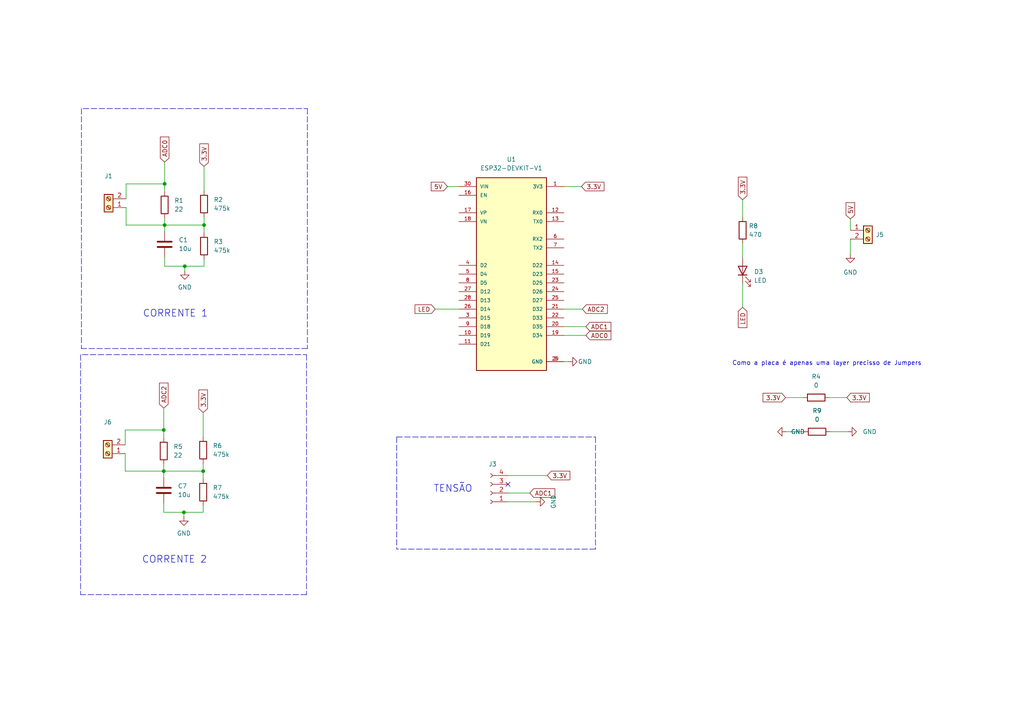
<source format=kicad_sch>
(kicad_sch (version 20211123) (generator eeschema)
  (paper "A4")
  (lib_symbols
    (symbol "Connector:Conn_01x04_Female" (pin_names (offset 1.016) hide)
      (property "Reference" "J" (at 0 5.08 0))
      (property "Value" "Conn_01x04_Female" (at 0 -7.62 0))
      (symbol "Conn_01x04_Female_1_1"
        (arc (start 0 -4.572) (mid -0.508 -5.08) (end 0 -5.588) (stroke (width 0.1524)))
        (arc (start 0 -2.032) (mid -0.508 -2.54) (end 0 -3.048) (stroke (width 0.1524)))
        (polyline (pts (xy -1.27 -5.08) (xy -0.508 -5.08)) (stroke (width 0.1524)))
        (polyline (pts (xy -1.27 -2.54) (xy -0.508 -2.54)) (stroke (width 0.1524)))
        (polyline (pts (xy -1.27 0) (xy -0.508 0)) (stroke (width 0.1524)))
        (polyline (pts (xy -1.27 2.54) (xy -0.508 2.54)) (stroke (width 0.1524)))
        (arc (start 0 0.508) (mid -0.508 0) (end 0 -0.508) (stroke (width 0.1524)))
        (arc (start 0 3.048) (mid -0.508 2.54) (end 0 2.032) (stroke (width 0.1524)))
        (pin passive line (at -5.08 2.54 0) (length 3.81) (name "Pin_1") (number "1"))
        (pin passive line (at -5.08 0 0) (length 3.81) (name "Pin_2") (number "2"))
        (pin passive line (at -5.08 -2.54 0) (length 3.81) (name "Pin_3") (number "3"))
        (pin passive line (at -5.08 -5.08 0) (length 3.81) (name "Pin_4") (number "4"))
      )
    )
    (symbol "Connector:Screw_Terminal_01x02" (pin_names (offset 1.016) hide)
      (property "Reference" "J" (at 0 2.54 0))
      (property "Value" "Screw_Terminal_01x02" (at 0 -5.08 0))
      (symbol "Screw_Terminal_01x02_1_1"
        (rectangle (start -1.27 1.27) (end 1.27 -3.81) (stroke (width 0.254)) (fill (type background)))
        (circle (center 0 -2.54) (radius 0.635) (stroke (width 0.1524)))
        (polyline (pts (xy -0.5334 -2.2098) (xy 0.3302 -3.048)) (stroke (width 0.1524)))
        (polyline (pts (xy -0.5334 0.3302) (xy 0.3302 -0.508)) (stroke (width 0.1524)))
        (polyline (pts (xy -0.3556 -2.032) (xy 0.508 -2.8702)) (stroke (width 0.1524)))
        (polyline (pts (xy -0.3556 0.508) (xy 0.508 -0.3302)) (stroke (width 0.1524)))
        (circle (center 0 0) (radius 0.635) (stroke (width 0.1524)))
        (pin passive line (at -5.08 0 0) (length 3.81) (name "Pin_1") (number "1"))
        (pin passive line (at -5.08 -2.54 0) (length 3.81) (name "Pin_2") (number "2"))
      )
    )
    (symbol "Device:C" (pin_numbers hide) (pin_names (offset 0.254))
      (property "Reference" "C" (at 0.635 2.54 0))
      (property "Value" "C" (at 0.635 -2.54 0))
      (symbol "C_0_1"
        (polyline (pts (xy -2.032 -0.762) (xy 2.032 -0.762)) (stroke (width 0.508)))
        (polyline (pts (xy -2.032 0.762) (xy 2.032 0.762)) (stroke (width 0.508)))
      )
      (symbol "C_1_1"
        (pin passive line (at 0 3.81 270) (length 2.794) (name "~") (number "1"))
        (pin passive line (at 0 -3.81 90) (length 2.794) (name "~") (number "2"))
      )
    )
    (symbol "Device:LED" (pin_numbers hide) (pin_names (offset 1.016) hide)
      (property "Reference" "D" (at 0 2.54 0))
      (property "Value" "LED" (at 0 -2.54 0))
      (symbol "LED_0_1"
        (polyline (pts (xy -1.27 -1.27) (xy -1.27 1.27)) (stroke (width 0.254)))
        (polyline (pts (xy -1.27 0) (xy 1.27 0)))
        (polyline (pts (xy 1.27 -1.27) (xy 1.27 1.27) (xy -1.27 0) (xy 1.27 -1.27)) (stroke (width 0.254)))
        (polyline (pts (xy -3.048 -0.762) (xy -4.572 -2.286) (xy -3.81 -2.286) (xy -4.572 -2.286) (xy -4.572 -1.524)))
        (polyline (pts (xy -1.778 -0.762) (xy -3.302 -2.286) (xy -2.54 -2.286) (xy -3.302 -2.286) (xy -3.302 -1.524)))
      )
      (symbol "LED_1_1"
        (pin passive line (at -3.81 0 0) (length 2.54) (name "K") (number "1"))
        (pin passive line (at 3.81 0 180) (length 2.54) (name "A") (number "2"))
      )
    )
    (symbol "Device:R" (pin_numbers hide) (pin_names (offset 0))
      (property "Reference" "R" (at 2.032 0 90))
      (property "Value" "R" (at 0 0 90))
      (symbol "R_0_1"
        (rectangle (start -1.016 -2.54) (end 1.016 2.54) (stroke (width 0.254)))
      )
      (symbol "R_1_1"
        (pin passive line (at 0 3.81 270) (length 1.27) (name "~") (number "1"))
        (pin passive line (at 0 -3.81 90) (length 1.27) (name "~") (number "2"))
      )
    )
    (symbol "ESP32-DEVKIT-V1:ESP32-DEVKIT-V1" (pin_names (offset 1.016))
      (property "Reference" "U" (at -10.16 30.48 0))
      (property "Value" "ESP32-DEVKIT-V1" (at -10.16 -30.48 0))
      (symbol "ESP32-DEVKIT-V1_0_0"
        (rectangle (start -10.16 -27.94) (end 10.16 27.94) (stroke (width 0.254)) (fill (type background)))
        (pin output line (at 15.24 25.4 180) (length 5.08) (name "3V3") (number "1"))
        (pin bidirectional line (at -15.24 -17.78 0) (length 5.08) (name "D19") (number "10"))
        (pin bidirectional line (at -15.24 -20.32 0) (length 5.08) (name "D21") (number "11"))
        (pin input line (at 15.24 17.78 180) (length 5.08) (name "RX0") (number "12"))
        (pin output line (at 15.24 15.24 180) (length 5.08) (name "TX0") (number "13"))
        (pin bidirectional line (at 15.24 2.54 180) (length 5.08) (name "D22") (number "14"))
        (pin bidirectional line (at 15.24 0 180) (length 5.08) (name "D23") (number "15"))
        (pin input line (at -15.24 22.86 0) (length 5.08) (name "EN") (number "16"))
        (pin bidirectional line (at -15.24 17.78 0) (length 5.08) (name "VP") (number "17"))
        (pin bidirectional line (at -15.24 15.24 0) (length 5.08) (name "VN") (number "18"))
        (pin bidirectional line (at 15.24 -17.78 180) (length 5.08) (name "D34") (number "19"))
        (pin power_in line (at 15.24 -25.4 180) (length 5.08) (name "GND") (number "2"))
        (pin bidirectional line (at 15.24 -15.24 180) (length 5.08) (name "D35") (number "20"))
        (pin bidirectional line (at 15.24 -10.16 180) (length 5.08) (name "D32") (number "21"))
        (pin bidirectional line (at 15.24 -12.7 180) (length 5.08) (name "D33") (number "22"))
        (pin bidirectional line (at 15.24 -2.54 180) (length 5.08) (name "D25") (number "23"))
        (pin bidirectional line (at 15.24 -5.08 180) (length 5.08) (name "D26") (number "24"))
        (pin bidirectional line (at 15.24 -7.62 180) (length 5.08) (name "D27") (number "25"))
        (pin bidirectional line (at -15.24 -10.16 0) (length 5.08) (name "D14") (number "26"))
        (pin bidirectional line (at -15.24 -5.08 0) (length 5.08) (name "D12") (number "27"))
        (pin bidirectional line (at -15.24 -7.62 0) (length 5.08) (name "D13") (number "28"))
        (pin power_in line (at 15.24 -25.4 180) (length 5.08) (name "GND") (number "29"))
        (pin bidirectional line (at -15.24 -12.7 0) (length 5.08) (name "D15") (number "3"))
        (pin input line (at -15.24 25.4 0) (length 5.08) (name "VIN") (number "30"))
        (pin bidirectional line (at -15.24 2.54 0) (length 5.08) (name "D2") (number "4"))
        (pin bidirectional line (at -15.24 0 0) (length 5.08) (name "D4") (number "5"))
        (pin input line (at 15.24 10.16 180) (length 5.08) (name "RX2") (number "6"))
        (pin output line (at 15.24 7.62 180) (length 5.08) (name "TX2") (number "7"))
        (pin bidirectional line (at -15.24 -2.54 0) (length 5.08) (name "D5") (number "8"))
        (pin bidirectional line (at -15.24 -15.24 0) (length 5.08) (name "D18") (number "9"))
      )
    )
    (symbol "power:GND" (power) (pin_names (offset 0))
      (property "Value" "GND" (at 0 -3.81 0))
      (symbol "GND_0_1"
        (polyline (pts (xy 0 0) (xy 0 -1.27) (xy 1.27 -1.27) (xy 0 -2.54) (xy -1.27 -1.27) (xy 0 -1.27)))
      )
      (symbol "GND_1_1"
        (pin power_in line (at 0 0 270) (length 0) hide (name "GND") (number "1"))
      )
    )
  )
  (junction (at 47.752 65.278))
  (junction (at 53.594 77.216))
  (junction (at 47.498 124.714))
  (junction (at 59.182 65.278))
  (junction (at 58.928 136.652))
  (junction (at 47.498 136.652))
  (junction (at 47.752 53.34))
  (junction (at 53.34 148.59))
  (no_connect (at 147.32 140.462))
  (polyline (pts (xy 172.72 126.746) (xy 172.72 159.258)))
  (polyline (pts (xy 115.062 126.746) (xy 172.72 126.746)))
  (wire (pts (xy 53.594 78.486) (xy 53.594 77.216)))
  (wire (pts (xy 59.182 48.26) (xy 59.182 55.372)))
  (wire (pts (xy 47.752 63.246) (xy 47.752 65.278)))
  (polyline (pts (xy 23.876 102.87) (xy 88.9 102.87)))
  (wire (pts (xy 59.182 62.992) (xy 59.182 65.278)))
  (wire (pts (xy 155.448 145.542) (xy 147.32 145.542)))
  (wire (pts (xy 58.928 134.366) (xy 58.928 136.652)))
  (wire (pts (xy 227.838 115.316) (xy 232.918 115.316)))
  (wire (pts (xy 168.91 89.662) (xy 163.576 89.662)))
  (polyline (pts (xy 115.062 126.746) (xy 115.062 159.258)))
  (wire (pts (xy 47.498 118.364) (xy 47.498 124.714)))
  (wire (pts (xy 129.794 54.102) (xy 133.096 54.102)))
  (wire (pts (xy 47.752 46.99) (xy 47.752 53.34)))
  (wire (pts (xy 53.594 77.216) (xy 47.752 77.216)))
  (wire (pts (xy 53.34 149.86) (xy 53.34 148.59)))
  (wire (pts (xy 47.498 134.62) (xy 47.498 136.652)))
  (wire (pts (xy 147.32 137.922) (xy 158.75 137.922)))
  (wire (pts (xy 36.576 57.658) (xy 36.576 53.34)))
  (wire (pts (xy 47.498 124.714) (xy 47.498 127)))
  (wire (pts (xy 36.322 131.572) (xy 36.322 136.652)))
  (polyline (pts (xy 23.368 102.87) (xy 23.368 172.466)))
  (wire (pts (xy 169.926 94.742) (xy 163.576 94.742)))
  (wire (pts (xy 169.926 97.282) (xy 163.576 97.282)))
  (wire (pts (xy 36.322 124.714) (xy 47.498 124.714)))
  (polyline (pts (xy 89.154 101.092) (xy 23.622 101.092)))
  (wire (pts (xy 215.392 89.154) (xy 215.392 82.296)))
  (wire (pts (xy 228.092 125.222) (xy 233.172 125.222)))
  (wire (pts (xy 47.752 53.34) (xy 47.752 55.626)))
  (wire (pts (xy 36.576 53.34) (xy 47.752 53.34)))
  (wire (pts (xy 246.634 63.5) (xy 246.634 66.802)))
  (wire (pts (xy 47.498 136.652) (xy 58.928 136.652)))
  (wire (pts (xy 59.182 65.278) (xy 59.182 67.564)))
  (wire (pts (xy 59.182 77.216) (xy 53.594 77.216)))
  (polyline (pts (xy 24.13 31.496) (xy 89.154 31.496)))
  (polyline (pts (xy 88.9 172.466) (xy 23.368 172.466)))
  (wire (pts (xy 36.576 65.278) (xy 47.752 65.278)))
  (wire (pts (xy 245.872 125.222) (xy 240.792 125.222)))
  (wire (pts (xy 47.498 136.652) (xy 47.498 138.43)))
  (wire (pts (xy 168.656 54.102) (xy 163.576 54.102)))
  (wire (pts (xy 47.752 65.278) (xy 47.752 67.056)))
  (wire (pts (xy 245.618 115.316) (xy 240.538 115.316)))
  (wire (pts (xy 58.928 148.59) (xy 58.928 146.558)))
  (wire (pts (xy 153.67 143.002) (xy 147.32 143.002)))
  (polyline (pts (xy 23.622 31.496) (xy 23.622 101.092)))
  (wire (pts (xy 59.182 77.216) (xy 59.182 75.184)))
  (wire (pts (xy 164.846 104.902) (xy 163.576 104.902)))
  (wire (pts (xy 47.752 77.216) (xy 47.752 74.676)))
  (polyline (pts (xy 89.154 31.496) (xy 89.154 101.092)))
  (wire (pts (xy 47.752 65.278) (xy 59.182 65.278)))
  (wire (pts (xy 215.392 70.612) (xy 215.392 74.676)))
  (polyline (pts (xy 172.72 159.258) (xy 115.062 159.258)))
  (wire (pts (xy 58.928 119.634) (xy 58.928 126.746)))
  (wire (pts (xy 36.576 60.198) (xy 36.576 65.278)))
  (wire (pts (xy 47.498 148.59) (xy 47.498 146.05)))
  (polyline (pts (xy 88.9 102.87) (xy 88.9 172.466)))
  (wire (pts (xy 36.322 129.032) (xy 36.322 124.714)))
  (wire (pts (xy 36.322 136.652) (xy 47.498 136.652)))
  (wire (pts (xy 53.34 148.59) (xy 47.498 148.59)))
  (wire (pts (xy 126.238 89.662) (xy 133.096 89.662)))
  (wire (pts (xy 58.928 136.652) (xy 58.928 138.938)))
  (wire (pts (xy 246.634 73.66) (xy 246.634 69.342)))
  (wire (pts (xy 58.928 148.59) (xy 53.34 148.59)))
  (wire (pts (xy 215.392 57.912) (xy 215.392 62.992)))
  (text "TENSÃO\n" (at 125.73 143.002 0) (effects (font (size 2 2)) (justify left bottom)))
  (text "CORRENTE 2" (at 41.148 163.576 0) (effects (font (size 2 2)) (justify left bottom)))
  (text "Como a placa é apenas uma layer precisso de Jumpers" (at 212.344 106.172 0) (effects (font (size 1.27 1.27)) (justify left bottom)))
  (text "CORRENTE 1" (at 41.402 92.202 0) (effects (font (size 2 2)) (justify left bottom)))
  (global_label "3.3V" (shape input) (at 59.182 48.26 90) (property "Intersheet References" "${INTERSHEET_REFS}" (effects hide)))
  (global_label "3.3V" (shape input) (at 158.75 137.922 0) (property "Intersheet References" "${INTERSHEET_REFS}" (effects hide)))
  (global_label "3.3V" (shape input) (at 245.618 115.316 0) (property "Intersheet References" "${INTERSHEET_REFS}" (effects hide)))
  (global_label "ADC0" (shape input) (at 169.926 97.282 0) (property "Intersheet References" "${INTERSHEET_REFS}" (effects hide)))
  (global_label "ADC2" (shape input) (at 47.498 118.364 90) (property "Intersheet References" "${INTERSHEET_REFS}" (effects hide)))
  (global_label "ADC2" (shape input) (at 168.91 89.662 0) (property "Intersheet References" "${INTERSHEET_REFS}" (effects hide)))
  (global_label "5V" (shape input) (at 129.794 54.102 180) (property "Intersheet References" "${INTERSHEET_REFS}" (effects hide)))
  (global_label "LED" (shape input) (at 126.238 89.662 180) (property "Intersheet References" "${INTERSHEET_REFS}" (effects hide)))
  (global_label "3.3V" (shape input) (at 215.392 57.912 90) (property "Intersheet References" "${INTERSHEET_REFS}" (effects hide)))
  (global_label "3.3V" (shape input) (at 227.838 115.316 180) (property "Intersheet References" "${INTERSHEET_REFS}" (effects hide)))
  (global_label "3.3V" (shape input) (at 58.928 119.634 90) (property "Intersheet References" "${INTERSHEET_REFS}" (effects hide)))
  (global_label "3.3V" (shape input) (at 168.656 54.102 0) (property "Intersheet References" "${INTERSHEET_REFS}" (effects hide)))
  (global_label "ADC0" (shape input) (at 47.752 46.99 90) (property "Intersheet References" "${INTERSHEET_REFS}" (effects hide)))
  (global_label "LED" (shape input) (at 215.392 89.154 270) (property "Intersheet References" "${INTERSHEET_REFS}" (effects hide)))
  (global_label "ADC1" (shape input) (at 153.67 143.002 0) (property "Intersheet References" "${INTERSHEET_REFS}" (effects hide)))
  (global_label "ADC1" (shape input) (at 169.926 94.742 0) (property "Intersheet References" "${INTERSHEET_REFS}" (effects hide)))
  (global_label "5V" (shape input) (at 246.634 63.5 90) (property "Intersheet References" "${INTERSHEET_REFS}" (effects hide)))
  (symbol (lib_id "Connector:Screw_Terminal_01x02") (at 251.714 66.802 0) (unit 1)
    (property "Reference" "J5" (at 254 68.0719 0) (effects (justify left)))
    (property "Value" "Screw_Terminal_01x02" (effects hide))
    (property "Footprint" "Connector:JWT_A3963_1x02_P3.96mm_Vertical" (effects hide))
  )
  (symbol (lib_id "Device:C") (at 47.752 70.866 0) (unit 1)
    (property "Reference" "C1" (at 51.816 69.5959 0) (effects (justify left)))
    (property "Value" "10u" (at 51.816 72.1359 0) (effects (justify left)))
    (property "Footprint" "Capacitor_THT:C_Disc_D11.0mm_W5.0mm_P10.00mm" (effects hide))
  )
  (symbol (lib_id "Device:R") (at 236.728 115.316 90) (unit 1)
    (property "Reference" "R4" (at 236.728 109.22 90))
    (property "Value" "0" (at 236.728 111.76 90))
    (property "Footprint" "Resistor_THT:R_Axial_DIN0207_L6.3mm_D2.5mm_P7.62mm_Horizontal" (effects hide))
  )
  (symbol (lib_id "Device:R") (at 59.182 71.374 0) (unit 1)
    (property "Reference" "R3" (at 61.976 70.1039 0) (effects (justify left)))
    (property "Value" "475k" (at 61.976 72.6439 0) (effects (justify left)))
    (property "Footprint" "Resistor_THT:R_Axial_DIN0207_L6.3mm_D2.5mm_P7.62mm_Horizontal" (effects hide))
  )
  (symbol (lib_id "Connector:Conn_01x04_Female") (at 142.24 143.002 180) (unit 1)
    (property "Reference" "J3" (at 142.875 134.62 0))
    (property "Value" "Conn_01x04_Female" (effects hide))
    (property "Footprint" "Connector_PinSocket_2.54mm:PinSocket_1x04_P2.54mm_Vertical" (effects hide))
  )
  (symbol (lib_id "Device:R") (at 47.752 59.436 0) (unit 1)
    (property "Reference" "R1" (at 50.546 58.1659 0) (effects (justify left)))
    (property "Value" "22" (at 50.546 60.7059 0) (effects (justify left)))
    (property "Footprint" "Resistor_THT:R_Axial_DIN0207_L6.3mm_D2.5mm_P7.62mm_Horizontal" (effects hide))
  )
  (symbol (lib_id "power:GND") (at 53.34 149.86 0) (unit 1)
    (property "Reference" "#PWR0114" (effects hide))
    (property "Value" "GND" (at 53.34 154.686 0))
  )
  (symbol (lib_id "Device:R") (at 47.498 130.81 0) (unit 1)
    (property "Reference" "R5" (at 50.292 129.5399 0) (effects (justify left)))
    (property "Value" "22" (at 50.292 132.0799 0) (effects (justify left)))
    (property "Footprint" "Resistor_THT:R_Axial_DIN0207_L6.3mm_D2.5mm_P7.62mm_Horizontal" (effects hide))
  )
  (symbol (lib_id "power:GND") (at 155.448 145.542 90) (unit 1)
    (property "Reference" "#PWR0104" (effects hide))
    (property "Value" "GND" (at 160.528 145.542 0))
  )
  (symbol (lib_id "Device:LED") (at 215.392 78.486 90) (unit 1)
    (property "Reference" "D3" (at 218.694 78.8034 90) (effects (justify right)))
    (property "Value" "LED" (at 218.694 81.3434 90) (effects (justify right)))
    (property "Footprint" "LED_THT:LED_D5.0mm_IRBlack" (effects hide))
  )
  (symbol (lib_id "power:GND") (at 246.634 73.66 0) (unit 1)
    (property "Reference" "#PWR0111" (effects hide))
    (property "Value" "GND" (at 246.634 78.994 0))
  )
  (symbol (lib_id "Connector:Screw_Terminal_01x02") (at 31.242 131.572 180) (unit 1)
    (property "Reference" "J6" (at 31.242 122.428 0))
    (property "Value" "Screw_Terminal_01x02" (effects hide))
    (property "Footprint" "Connector:JWT_A3963_1x02_P3.96mm_Vertical" (effects hide))
  )
  (symbol (lib_id "power:GND") (at 53.594 78.486 0) (unit 1)
    (property "Reference" "#PWR0103" (effects hide))
    (property "Value" "GND" (at 53.594 83.312 0))
  )
  (symbol (lib_id "power:GND") (at 228.092 125.222 270) (unit 1)
    (property "Reference" "#PWR0105" (effects hide))
    (property "Value" "GND" (at 229.362 125.2219 90) (effects (justify left)))
  )
  (symbol (lib_id "power:GND") (at 164.846 104.902 90) (unit 1)
    (property "Reference" "#PWR0102" (effects hide))
    (property "Value" "GND" (at 169.672 104.902 90))
  )
  (symbol (lib_id "Device:R") (at 58.928 142.748 0) (unit 1)
    (property "Reference" "R7" (at 61.722 141.4779 0) (effects (justify left)))
    (property "Value" "475k" (at 61.722 144.0179 0) (effects (justify left)))
    (property "Footprint" "Resistor_THT:R_Axial_DIN0207_L6.3mm_D2.5mm_P7.62mm_Horizontal" (effects hide))
  )
  (symbol (lib_id "Device:R") (at 236.982 125.222 90) (unit 1)
    (property "Reference" "R9" (at 236.982 119.126 90))
    (property "Value" "0" (at 236.982 121.666 90))
    (property "Footprint" "Resistor_THT:R_Axial_DIN0207_L6.3mm_D2.5mm_P7.62mm_Horizontal" (effects hide))
  )
  (symbol (lib_id "Connector:Screw_Terminal_01x02") (at 31.496 60.198 180) (unit 1)
    (property "Reference" "J1" (at 31.496 51.054 0))
    (property "Value" "Screw_Terminal_01x02" (effects hide))
    (property "Footprint" "Connector:JWT_A3963_1x02_P3.96mm_Vertical" (effects hide))
  )
  (symbol (lib_id "Device:R") (at 215.392 66.802 0) (unit 1)
    (property "Reference" "R8" (at 217.17 65.5319 0) (effects (justify left)))
    (property "Value" "470" (at 217.17 68.0719 0) (effects (justify left)))
    (property "Footprint" "Resistor_THT:R_Axial_DIN0207_L6.3mm_D2.5mm_P7.62mm_Horizontal" (effects hide))
  )
  (symbol (lib_id "Device:R") (at 58.928 130.556 0) (unit 1)
    (property "Reference" "R6" (at 61.722 129.2859 0) (effects (justify left)))
    (property "Value" "475k" (at 61.722 131.8259 0) (effects (justify left)))
    (property "Footprint" "Resistor_THT:R_Axial_DIN0207_L6.3mm_D2.5mm_P7.62mm_Horizontal" (effects hide))
  )
  (symbol (lib_id "Device:C") (at 47.498 142.24 0) (unit 1)
    (property "Reference" "C7" (at 51.562 140.9699 0) (effects (justify left)))
    (property "Value" "10u" (at 51.562 143.5099 0) (effects (justify left)))
    (property "Footprint" "Capacitor_THT:C_Disc_D11.0mm_W5.0mm_P10.00mm" (effects hide))
  )
  (symbol (lib_id "power:GND") (at 245.872 125.222 90) (unit 1)
    (property "Reference" "#PWR0101" (effects hide))
    (property "Value" "GND" (at 250.19 125.2219 90) (effects (justify right)))
  )
  (symbol (lib_id "Device:R") (at 59.182 59.182 0) (unit 1)
    (property "Reference" "R2" (at 61.976 57.9119 0) (effects (justify left)))
    (property "Value" "475k" (at 61.976 60.4519 0) (effects (justify left)))
    (property "Footprint" "Resistor_THT:R_Axial_DIN0207_L6.3mm_D2.5mm_P7.62mm_Horizontal" (effects hide))
  )
  (symbol (lib_id "ESP32-DEVKIT-V1:ESP32-DEVKIT-V1") (at 148.336 79.502 0) (unit 1)
    (property "Reference" "U1" (at 148.336 46.228 0))
    (property "Value" "ESP32-DEVKIT-V1" (at 148.336 48.768 0))
    (property "Footprint" "MODULE_ESP32_DEVKIT_V1" (effects hide))
    (property "PARTREV" "N/A" (effects hide))
    (property "MAXIMUM_PACKAGE_HEIGHT" "6.8 mm" (effects hide))
    (property "STANDARD" "Manufacturer Recommendations" (effects hide))
    (property "MANUFACTURER" "DOIT" (effects hide))
  )
)
</source>
